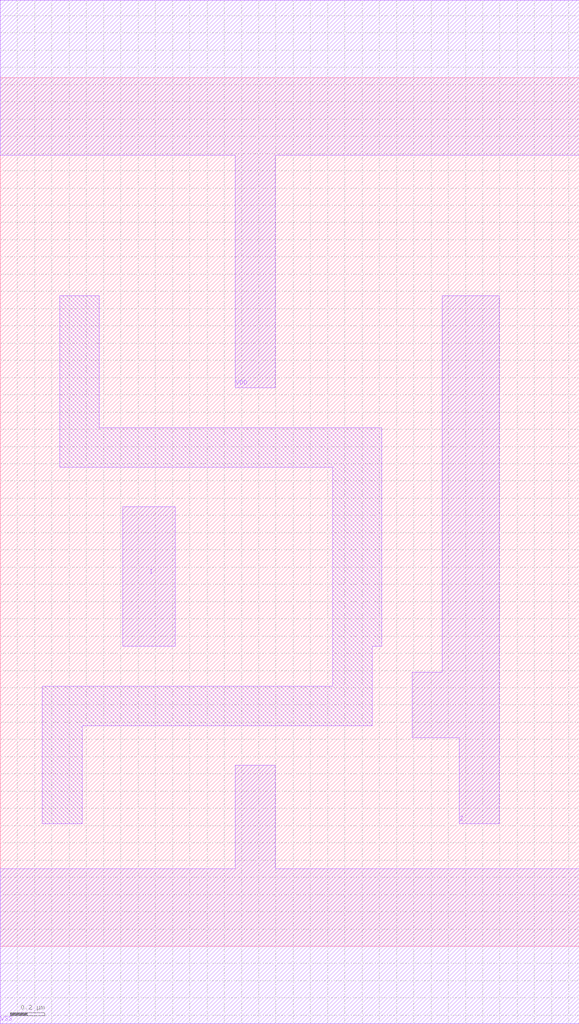
<source format=lef>
# Copyright 2022 GlobalFoundries PDK Authors
#
# Licensed under the Apache License, Version 2.0 (the "License");
# you may not use this file except in compliance with the License.
# You may obtain a copy of the License at
#
#      http://www.apache.org/licenses/LICENSE-2.0
#
# Unless required by applicable law or agreed to in writing, software
# distributed under the License is distributed on an "AS IS" BASIS,
# WITHOUT WARRANTIES OR CONDITIONS OF ANY KIND, either express or implied.
# See the License for the specific language governing permissions and
# limitations under the License.

MACRO gf180mcu_fd_sc_mcu9t5v0__clkbuf_1
  CLASS core ;
  FOREIGN gf180mcu_fd_sc_mcu9t5v0__clkbuf_1 0.0 0.0 ;
  ORIGIN 0 0 ;
  SYMMETRY X Y ;
  SITE GF018hv5v_green_sc9 ;
  SIZE 3.36 BY 5.04 ;
  PIN I
    DIRECTION INPUT ;
    ANTENNAGATEAREA 0.6765 ;
    PORT
      LAYER Metal1 ;
        POLYGON 0.71 1.74 1.015 1.74 1.015 2.55 0.71 2.55  ;
    END
  END I
  PIN Z
    DIRECTION OUTPUT ;
    ANTENNADIFFAREA 1.1572 ;
    PORT
      LAYER Metal1 ;
        POLYGON 2.39 1.21 2.665 1.21 2.665 0.71 2.895 0.71 2.895 3.775 2.565 3.775 2.565 1.59 2.39 1.59  ;
    END
  END Z
  PIN VDD
    DIRECTION INOUT ;
    USE power ;
    SHAPE ABUTMENT ;
    PORT
      LAYER Metal1 ;
        POLYGON 0 4.59 1.365 4.59 1.365 3.24 1.595 3.24 1.595 4.59 2.215 4.59 3.36 4.59 3.36 5.49 2.215 5.49 0 5.49  ;
    END
  END VDD
  PIN VSS
    DIRECTION INOUT ;
    USE ground ;
    SHAPE ABUTMENT ;
    PORT
      LAYER Metal1 ;
        POLYGON 0 -0.45 3.36 -0.45 3.36 0.45 1.595 0.45 1.595 1.05 1.365 1.05 1.365 0.45 0 0.45  ;
    END
  END VSS
  OBS
      LAYER Metal1 ;
        POLYGON 0.345 2.78 1.93 2.78 1.93 1.51 0.245 1.51 0.245 0.71 0.475 0.71 0.475 1.28 2.16 1.28 2.16 1.74 2.215 1.74 2.215 3.01 0.575 3.01 0.575 3.775 0.345 3.775  ;
  END
END gf180mcu_fd_sc_mcu9t5v0__clkbuf_1

</source>
